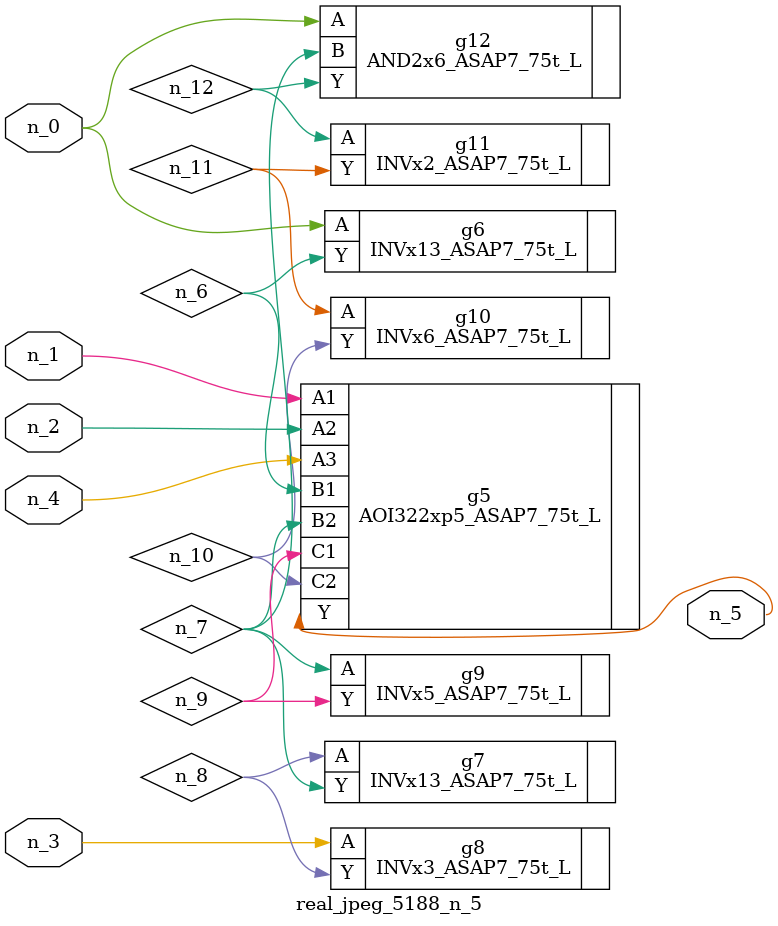
<source format=v>
module real_jpeg_5188_n_5 (n_4, n_0, n_1, n_2, n_3, n_5);

input n_4;
input n_0;
input n_1;
input n_2;
input n_3;

output n_5;

wire n_12;
wire n_8;
wire n_11;
wire n_6;
wire n_7;
wire n_10;
wire n_9;

INVx13_ASAP7_75t_L g6 ( 
.A(n_0),
.Y(n_6)
);

AND2x6_ASAP7_75t_L g12 ( 
.A(n_0),
.B(n_7),
.Y(n_12)
);

AOI322xp5_ASAP7_75t_L g5 ( 
.A1(n_1),
.A2(n_2),
.A3(n_4),
.B1(n_6),
.B2(n_7),
.C1(n_9),
.C2(n_10),
.Y(n_5)
);

INVx3_ASAP7_75t_L g8 ( 
.A(n_3),
.Y(n_8)
);

INVx5_ASAP7_75t_L g9 ( 
.A(n_7),
.Y(n_9)
);

INVx13_ASAP7_75t_L g7 ( 
.A(n_8),
.Y(n_7)
);

INVx6_ASAP7_75t_L g10 ( 
.A(n_11),
.Y(n_10)
);

INVx2_ASAP7_75t_L g11 ( 
.A(n_12),
.Y(n_11)
);


endmodule
</source>
